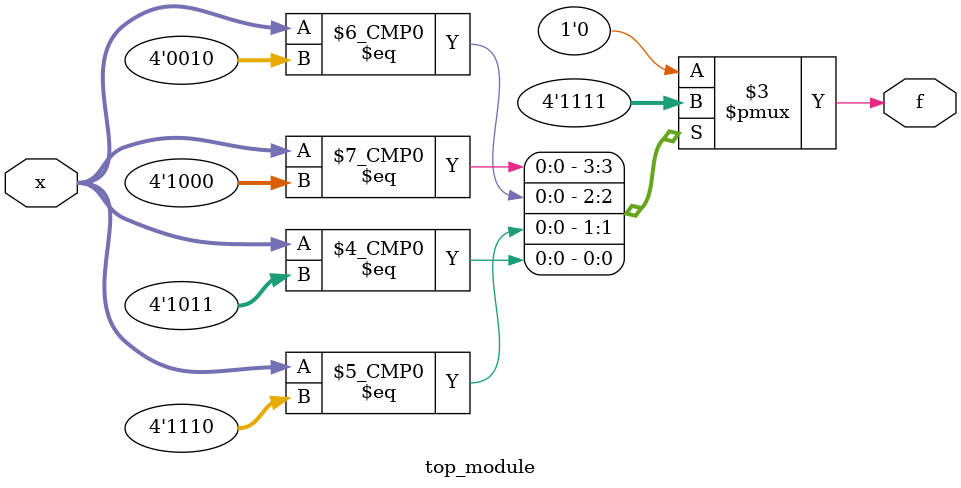
<source format=sv>
module top_module (
    input [4:1] x,
    output logic f
);

always_comb begin
    case ({x[4], x[3], x[2], x[1]})
        4'b1000: f = 1;
        4'b0010: f = 1;
        4'b1110: f = 1;
        4'b1011: f = 1;
        default: f = 0;
    endcase
end

endmodule

</source>
